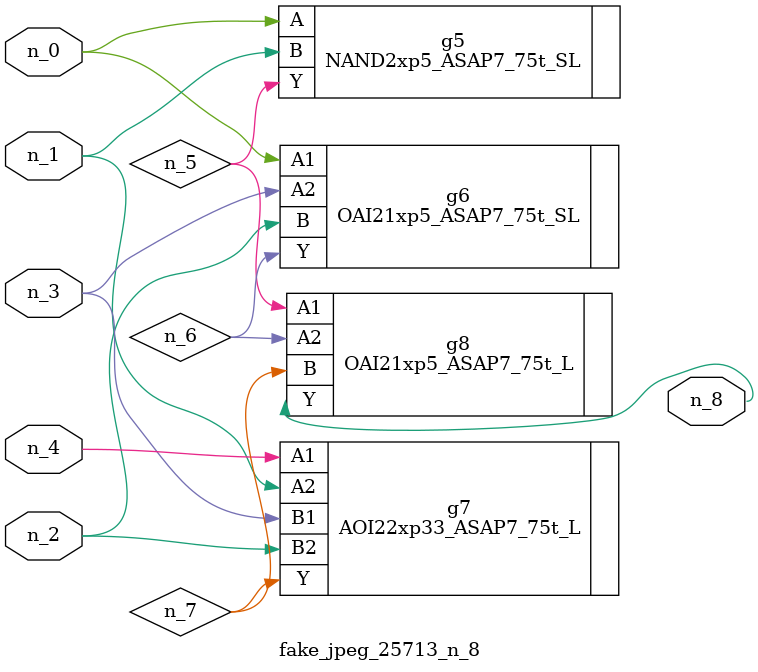
<source format=v>
module fake_jpeg_25713_n_8 (n_3, n_2, n_1, n_0, n_4, n_8);

input n_3;
input n_2;
input n_1;
input n_0;
input n_4;

output n_8;

wire n_6;
wire n_5;
wire n_7;

NAND2xp5_ASAP7_75t_SL g5 ( 
.A(n_0),
.B(n_1),
.Y(n_5)
);

OAI21xp5_ASAP7_75t_SL g6 ( 
.A1(n_0),
.A2(n_3),
.B(n_2),
.Y(n_6)
);

AOI22xp33_ASAP7_75t_L g7 ( 
.A1(n_4),
.A2(n_1),
.B1(n_3),
.B2(n_2),
.Y(n_7)
);

OAI21xp5_ASAP7_75t_L g8 ( 
.A1(n_5),
.A2(n_6),
.B(n_7),
.Y(n_8)
);


endmodule
</source>
